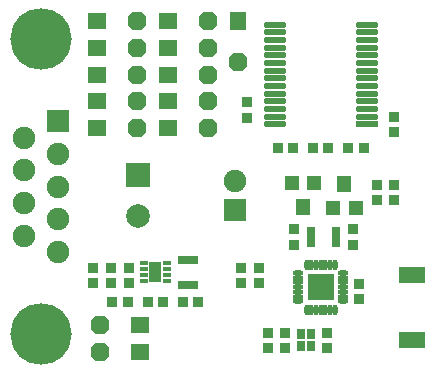
<source format=gts>
G04*
G04 #@! TF.GenerationSoftware,Altium Limited,Altium Designer,21.7.1 (17)*
G04*
G04 Layer_Color=16711833*
%FSLAX25Y25*%
%MOIN*%
G70*
G04*
G04 #@! TF.SameCoordinates,7597F7ED-B0B0-46DE-8649-F5B0F68803AD*
G04*
G04*
G04 #@! TF.FilePolarity,Negative*
G04*
G01*
G75*
%ADD38R,0.03800X0.03800*%
G04:AMPARAMS|DCode=39|XSize=63mil|YSize=58mil|CornerRadius=0mil|HoleSize=0mil|Usage=FLASHONLY|Rotation=270.000|XOffset=0mil|YOffset=0mil|HoleType=Round|Shape=Octagon|*
%AMOCTAGOND39*
4,1,8,-0.01450,-0.03150,0.01450,-0.03150,0.02900,-0.01700,0.02900,0.01700,0.01450,0.03150,-0.01450,0.03150,-0.02900,0.01700,-0.02900,-0.01700,-0.01450,-0.03150,0.0*
%
%ADD39OCTAGOND39*%

%ADD40R,0.05800X0.06300*%
G04:AMPARAMS|DCode=41|XSize=63mil|YSize=58mil|CornerRadius=0mil|HoleSize=0mil|Usage=FLASHONLY|Rotation=0.000|XOffset=0mil|YOffset=0mil|HoleType=Round|Shape=Octagon|*
%AMOCTAGOND41*
4,1,8,0.03150,-0.01450,0.03150,0.01450,0.01700,0.02900,-0.01700,0.02900,-0.03150,0.01450,-0.03150,-0.01450,-0.01700,-0.02900,0.01700,-0.02900,0.03150,-0.01450,0.0*
%
%ADD41OCTAGOND41*%

%ADD42O,0.07493X0.02178*%
%ADD43R,0.04343X0.07099*%
%ADD44R,0.02769X0.01784*%
%ADD45R,0.07493X0.02178*%
%ADD46O,0.01682X0.03418*%
%ADD47O,0.03418X0.01682*%
%ADD48R,0.08674X0.08674*%
%ADD49R,0.03162X0.03753*%
%ADD50R,0.06706X0.03162*%
%ADD51R,0.03162X0.06706*%
%ADD52R,0.04800X0.05800*%
%ADD53R,0.04800X0.04800*%
%ADD54R,0.03800X0.03800*%
%ADD55R,0.06300X0.05800*%
%ADD56R,0.08674X0.05524*%
%ADD57R,0.07493X0.07493*%
%ADD58C,0.07493*%
%ADD59C,0.20485*%
%ADD60R,0.07887X0.07887*%
%ADD61C,0.07887*%
D38*
X104023Y33662D02*
D03*
Y28544D02*
D03*
X155204Y78740D02*
D03*
Y83859D02*
D03*
X109929Y33662D02*
D03*
Y28544D02*
D03*
X155205Y56102D02*
D03*
Y61220D02*
D03*
X54811Y28543D02*
D03*
Y33661D02*
D03*
X149299Y61221D02*
D03*
Y56103D02*
D03*
X112882Y12008D02*
D03*
Y6890D02*
D03*
X105992Y83662D02*
D03*
Y88780D02*
D03*
X66622Y28543D02*
D03*
Y33661D02*
D03*
X60717Y28543D02*
D03*
Y33661D02*
D03*
X118787Y12008D02*
D03*
Y6890D02*
D03*
X132567Y12008D02*
D03*
Y6890D02*
D03*
X143394Y23228D02*
D03*
Y28346D02*
D03*
X141426Y41338D02*
D03*
Y46456D02*
D03*
X121740Y41338D02*
D03*
Y46456D02*
D03*
D39*
X103039Y102248D02*
D03*
D40*
Y115748D02*
D03*
D41*
X93057Y89173D02*
D03*
Y106890D02*
D03*
Y98032D02*
D03*
Y80315D02*
D03*
Y115748D02*
D03*
X69435Y89173D02*
D03*
Y98032D02*
D03*
X56919Y5512D02*
D03*
X69435Y106890D02*
D03*
Y80315D02*
D03*
Y115748D02*
D03*
X56919Y14370D02*
D03*
D42*
X145953Y104429D02*
D03*
Y106988D02*
D03*
Y109547D02*
D03*
Y114665D02*
D03*
Y83957D02*
D03*
Y86516D02*
D03*
Y89075D02*
D03*
Y91634D02*
D03*
Y94193D02*
D03*
Y96752D02*
D03*
Y99311D02*
D03*
Y101870D02*
D03*
Y112106D02*
D03*
X115244Y114665D02*
D03*
Y112106D02*
D03*
Y109547D02*
D03*
Y106988D02*
D03*
Y104429D02*
D03*
Y101870D02*
D03*
Y99311D02*
D03*
Y96752D02*
D03*
Y94193D02*
D03*
Y91634D02*
D03*
Y89075D02*
D03*
Y86516D02*
D03*
Y83957D02*
D03*
Y81398D02*
D03*
D43*
X75480Y32087D02*
D03*
D44*
X79417Y29134D02*
D03*
Y31102D02*
D03*
Y35039D02*
D03*
Y33071D02*
D03*
X71543Y35039D02*
D03*
Y33071D02*
D03*
Y31102D02*
D03*
Y29134D02*
D03*
D45*
X145953Y81398D02*
D03*
D46*
X135323Y34675D02*
D03*
X133748D02*
D03*
X132173D02*
D03*
X130598D02*
D03*
X129024D02*
D03*
X127449D02*
D03*
X125874D02*
D03*
Y19656D02*
D03*
X127449D02*
D03*
X129024D02*
D03*
X130598D02*
D03*
X132173D02*
D03*
X133748D02*
D03*
X135323D02*
D03*
D47*
X123089Y31890D02*
D03*
Y30315D02*
D03*
Y28740D02*
D03*
Y27165D02*
D03*
Y25591D02*
D03*
Y24016D02*
D03*
Y22441D02*
D03*
X138108D02*
D03*
Y24016D02*
D03*
Y25591D02*
D03*
Y27165D02*
D03*
Y28740D02*
D03*
Y30315D02*
D03*
Y31890D02*
D03*
D48*
X130598Y27165D02*
D03*
D49*
X127252Y7382D02*
D03*
Y11516D02*
D03*
X124102D02*
D03*
Y7382D02*
D03*
D50*
X86307Y27953D02*
D03*
Y36220D02*
D03*
D51*
X127449Y43898D02*
D03*
X135716D02*
D03*
D52*
X124693Y53740D02*
D03*
X138472Y61614D02*
D03*
D53*
X128393Y61740D02*
D03*
X120893D02*
D03*
X134772Y53614D02*
D03*
X142272D02*
D03*
D54*
X72921Y22244D02*
D03*
X78039D02*
D03*
X61110D02*
D03*
X66228D02*
D03*
X116229Y73426D02*
D03*
X121347D02*
D03*
X89851Y22244D02*
D03*
X84733D02*
D03*
X133158Y73426D02*
D03*
X128040D02*
D03*
X144969D02*
D03*
X139851D02*
D03*
D55*
X79557Y89173D02*
D03*
X55935D02*
D03*
X79557Y106890D02*
D03*
X55935Y98032D02*
D03*
X79557D02*
D03*
X70419Y5512D02*
D03*
X55935Y106890D02*
D03*
Y80315D02*
D03*
Y115748D02*
D03*
X79557Y80315D02*
D03*
Y115748D02*
D03*
X70419Y14370D02*
D03*
D56*
X161110Y31102D02*
D03*
Y9449D02*
D03*
D57*
X102055Y52756D02*
D03*
X43000Y82464D02*
D03*
D58*
X102055Y62598D02*
D03*
X31819Y44272D02*
D03*
X31819Y55177D02*
D03*
Y66083D02*
D03*
X43000Y49713D02*
D03*
Y60630D02*
D03*
Y71547D02*
D03*
Y38795D02*
D03*
X31819Y76988D02*
D03*
D59*
X37409Y109843D02*
D03*
X37409Y11417D02*
D03*
D60*
X69575Y64567D02*
D03*
D61*
Y50787D02*
D03*
M02*

</source>
